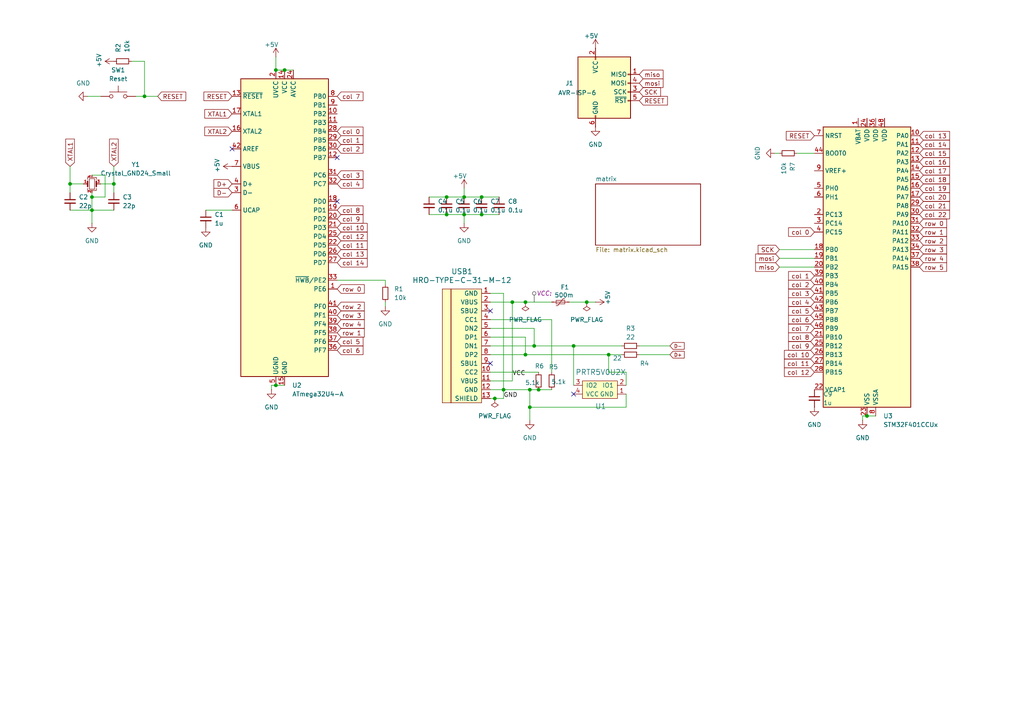
<source format=kicad_sch>
(kicad_sch (version 20231120) (generator "eeschema") (generator_version "8.0")
  (paper "A4")
  (lib_symbols
    (symbol "Connector:AVR-ISP-6" (pin_names (offset 1.016))
      (property "Reference" "J" (at -6.35 11.43 0))
      (property "Value" "AVR-ISP-6" (at 0 11.43 0))
      (symbol "AVR-ISP-6_0_1"
        (rectangle (start -2.667 -6.858) (end -2.413 -7.62))
        (rectangle (start -2.667 10.16) (end -2.413 9.398))
        (rectangle (start 7.62 -2.413) (end 6.858 -2.667))
        (rectangle (start 7.62 0.127) (end 6.858 -0.127))
        (rectangle (start 7.62 2.667) (end 6.858 2.413))
        (rectangle (start 7.62 5.207) (end 6.858 4.953))
        (rectangle (start 7.62 10.16) (end -7.62 -7.62) (stroke (width 0.254)) (fill (type background)))
      )
      (symbol "AVR-ISP-6_1_1"
        (pin passive line (at 10.16 5.08 180) (length 2.54) (name "MISO") (number "1"))
        (pin passive line (at -2.54 12.7 270) (length 2.54) (name "VCC") (number "2"))
        (pin passive line (at 10.16 0 180) (length 2.54) (name "SCK") (number "3"))
        (pin passive line (at 10.16 2.54 180) (length 2.54) (name "MOSI") (number "4"))
        (pin passive line (at 10.16 -2.54 180) (length 2.54) (name "~{RST}") (number "5"))
        (pin passive line (at -2.54 -10.16 90) (length 2.54) (name "GND") (number "6"))
      )
    )
    (symbol "Device:C_Small" (pin_numbers hide) (pin_names (offset 0.254) hide)
      (property "Reference" "C" (at 0.254 1.778 0))
      (property "Value" "C_Small" (at 0.254 -2.032 0))
      (symbol "C_Small_0_1"
        (polyline (pts (xy -1.524 -0.508) (xy 1.524 -0.508)) (stroke (width 0.3302)))
        (polyline (pts (xy -1.524 0.508) (xy 1.524 0.508)) (stroke (width 0.3048)))
      )
      (symbol "C_Small_1_1"
        (pin passive line (at 0 2.54 270) (length 2.032) (name "~") (number "1"))
        (pin passive line (at 0 -2.54 90) (length 2.032) (name "~") (number "2"))
      )
    )
    (symbol "Device:Crystal_GND24_Small" (pin_names (offset 1.016) hide)
      (property "Reference" "Y" (at 1.27 4.445 0))
      (property "Value" "Crystal_GND24_Small" (at 1.27 2.54 0))
      (symbol "Crystal_GND24_Small_0_1"
        (rectangle (start -0.762 -1.524) (end 0.762 1.524))
        (polyline (pts (xy -1.27 -0.762) (xy -1.27 0.762)) (stroke (width 0.381)))
        (polyline (pts (xy 1.27 -0.762) (xy 1.27 0.762)) (stroke (width 0.381)))
        (polyline (pts (xy -1.27 -1.27) (xy -1.27 -1.905) (xy 1.27 -1.905) (xy 1.27 -1.27)))
        (polyline (pts (xy -1.27 1.27) (xy -1.27 1.905) (xy 1.27 1.905) (xy 1.27 1.27)))
      )
      (symbol "Crystal_GND24_Small_1_1"
        (pin passive line (at -2.54 0 0) (length 1.27) (name "1") (number "1"))
        (pin passive line (at 0 -2.54 90) (length 0.635) (name "2") (number "2"))
        (pin passive line (at 2.54 0 180) (length 1.27) (name "3") (number "3"))
        (pin passive line (at 0 2.54 270) (length 0.635) (name "4") (number "4"))
      )
    )
    (symbol "Device:Polyfuse_Small" (pin_numbers hide) (pin_names (offset 0))
      (property "Reference" "F" (at -1.905 0 90))
      (property "Value" "Polyfuse_Small" (at 1.905 0 90))
      (symbol "Polyfuse_Small_0_1"
        (rectangle (start -0.508 1.27) (end 0.508 -1.27))
        (polyline (pts (xy 0 2.54) (xy 0 -2.54)))
        (polyline (pts (xy -1.016 1.27) (xy -1.016 0.762) (xy 1.016 -0.762) (xy 1.016 -1.27)))
      )
      (symbol "Polyfuse_Small_1_1"
        (pin passive line (at 0 2.54 270) (length 0.635) (name "~") (number "1"))
        (pin passive line (at 0 -2.54 90) (length 0.635) (name "~") (number "2"))
      )
    )
    (symbol "Device:R_Small" (pin_numbers hide) (pin_names (offset 0.254) hide)
      (property "Reference" "R" (at 0.762 0.508 0))
      (property "Value" "R_Small" (at 0.762 -1.016 0))
      (symbol "R_Small_0_1"
        (rectangle (start -0.762 1.778) (end 0.762 -1.778) (stroke (width 0.2032)))
      )
      (symbol "R_Small_1_1"
        (pin passive line (at 0 2.54 270) (length 0.762) (name "~") (number "1"))
        (pin passive line (at 0 -2.54 90) (length 0.762) (name "~") (number "2"))
      )
    )
    (symbol "MCU_Microchip_ATmega:ATmega32U4-A"
      (property "Reference" "U" (at -12.7 44.45 0))
      (property "Value" "ATmega32U4-A" (at 2.54 -44.45 0))
      (symbol "ATmega32U4-A_0_1"
        (rectangle (start -12.7 -43.18) (end 12.7 43.18) (stroke (width 0.254)) (fill (type background)))
      )
      (symbol "ATmega32U4-A_1_1"
        (pin bidirectional line (at 15.24 -17.78 180) (length 2.54) (name "PE6") (number "1"))
        (pin bidirectional line (at 15.24 33.02 180) (length 2.54) (name "PB2") (number "10"))
        (pin bidirectional line (at 15.24 30.48 180) (length 2.54) (name "PB3") (number "11"))
        (pin bidirectional line (at 15.24 20.32 180) (length 2.54) (name "PB7") (number "12"))
        (pin input line (at -15.24 38.1 0) (length 2.54) (name "~{RESET}") (number "13"))
        (pin power_in line (at 0 45.72 270) (length 2.54) (name "VCC") (number "14"))
        (pin power_in line (at 0 -45.72 90) (length 2.54) (name "GND") (number "15"))
        (pin output line (at -15.24 27.94 0) (length 2.54) (name "XTAL2") (number "16"))
        (pin input line (at -15.24 33.02 0) (length 2.54) (name "XTAL1") (number "17"))
        (pin bidirectional line (at 15.24 7.62 180) (length 2.54) (name "PD0") (number "18"))
        (pin bidirectional line (at 15.24 5.08 180) (length 2.54) (name "PD1") (number "19"))
        (pin power_in line (at -2.54 45.72 270) (length 2.54) (name "UVCC") (number "2"))
        (pin bidirectional line (at 15.24 2.54 180) (length 2.54) (name "PD2") (number "20"))
        (pin bidirectional line (at 15.24 0 180) (length 2.54) (name "PD3") (number "21"))
        (pin bidirectional line (at 15.24 -5.08 180) (length 2.54) (name "PD5") (number "22"))
        (pin passive line (at 0 -45.72 90) (length 2.54) hide (name "GND") (number "23"))
        (pin power_in line (at 2.54 45.72 270) (length 2.54) (name "AVCC") (number "24"))
        (pin bidirectional line (at 15.24 -2.54 180) (length 2.54) (name "PD4") (number "25"))
        (pin bidirectional line (at 15.24 -7.62 180) (length 2.54) (name "PD6") (number "26"))
        (pin bidirectional line (at 15.24 -10.16 180) (length 2.54) (name "PD7") (number "27"))
        (pin bidirectional line (at 15.24 27.94 180) (length 2.54) (name "PB4") (number "28"))
        (pin bidirectional line (at 15.24 25.4 180) (length 2.54) (name "PB5") (number "29"))
        (pin bidirectional line (at -15.24 10.16 0) (length 2.54) (name "D-") (number "3"))
        (pin bidirectional line (at 15.24 22.86 180) (length 2.54) (name "PB6") (number "30"))
        (pin bidirectional line (at 15.24 15.24 180) (length 2.54) (name "PC6") (number "31"))
        (pin bidirectional line (at 15.24 12.7 180) (length 2.54) (name "PC7") (number "32"))
        (pin bidirectional line (at 15.24 -15.24 180) (length 2.54) (name "~{HWB}/PE2") (number "33"))
        (pin passive line (at 0 45.72 270) (length 2.54) hide (name "VCC") (number "34"))
        (pin passive line (at 0 -45.72 90) (length 2.54) hide (name "GND") (number "35"))
        (pin bidirectional line (at 15.24 -35.56 180) (length 2.54) (name "PF7") (number "36"))
        (pin bidirectional line (at 15.24 -33.02 180) (length 2.54) (name "PF6") (number "37"))
        (pin bidirectional line (at 15.24 -30.48 180) (length 2.54) (name "PF5") (number "38"))
        (pin bidirectional line (at 15.24 -27.94 180) (length 2.54) (name "PF4") (number "39"))
        (pin bidirectional line (at -15.24 12.7 0) (length 2.54) (name "D+") (number "4"))
        (pin bidirectional line (at 15.24 -25.4 180) (length 2.54) (name "PF1") (number "40"))
        (pin bidirectional line (at 15.24 -22.86 180) (length 2.54) (name "PF0") (number "41"))
        (pin passive line (at -15.24 22.86 0) (length 2.54) (name "AREF") (number "42"))
        (pin passive line (at 0 -45.72 90) (length 2.54) hide (name "GND") (number "43"))
        (pin passive line (at 2.54 45.72 270) (length 2.54) hide (name "AVCC") (number "44"))
        (pin passive line (at -2.54 -45.72 90) (length 2.54) (name "UGND") (number "5"))
        (pin passive line (at -15.24 5.08 0) (length 2.54) (name "UCAP") (number "6"))
        (pin input line (at -15.24 17.78 0) (length 2.54) (name "VBUS") (number "7"))
        (pin bidirectional line (at 15.24 38.1 180) (length 2.54) (name "PB0") (number "8"))
        (pin bidirectional line (at 15.24 35.56 180) (length 2.54) (name "PB1") (number "9"))
      )
    )
    (symbol "MCU_ST_STM32F4:STM32F401CCUx"
      (property "Reference" "U" (at -12.7 41.91 0))
      (property "Value" "STM32F401CCUx" (at 7.62 41.91 0))
      (symbol "STM32F401CCUx_0_1"
        (rectangle (start -12.7 -40.64) (end 12.7 40.64) (stroke (width 0.254)) (fill (type background)))
      )
      (symbol "STM32F401CCUx_1_1"
        (pin power_in line (at -2.54 43.18 270) (length 2.54) (name "VBAT") (number "1"))
        (pin bidirectional line (at 15.24 38.1 180) (length 2.54) (name "PA0") (number "10"))
        (pin bidirectional line (at 15.24 35.56 180) (length 2.54) (name "PA1") (number "11"))
        (pin bidirectional line (at 15.24 33.02 180) (length 2.54) (name "PA2") (number "12"))
        (pin bidirectional line (at 15.24 30.48 180) (length 2.54) (name "PA3") (number "13"))
        (pin bidirectional line (at 15.24 27.94 180) (length 2.54) (name "PA4") (number "14"))
        (pin bidirectional line (at 15.24 25.4 180) (length 2.54) (name "PA5") (number "15"))
        (pin bidirectional line (at 15.24 22.86 180) (length 2.54) (name "PA6") (number "16"))
        (pin bidirectional line (at 15.24 20.32 180) (length 2.54) (name "PA7") (number "17"))
        (pin bidirectional line (at -15.24 5.08 0) (length 2.54) (name "PB0") (number "18"))
        (pin bidirectional line (at -15.24 2.54 0) (length 2.54) (name "PB1") (number "19"))
        (pin bidirectional line (at -15.24 15.24 0) (length 2.54) (name "PC13") (number "2"))
        (pin bidirectional line (at -15.24 0 0) (length 2.54) (name "PB2") (number "20"))
        (pin bidirectional line (at -15.24 -20.32 0) (length 2.54) (name "PB10") (number "21"))
        (pin power_out line (at -15.24 -35.56 0) (length 2.54) (name "VCAP1") (number "22"))
        (pin power_in line (at 0 -43.18 90) (length 2.54) (name "VSS") (number "23"))
        (pin power_in line (at 0 43.18 270) (length 2.54) (name "VDD") (number "24"))
        (pin bidirectional line (at -15.24 -22.86 0) (length 2.54) (name "PB12") (number "25"))
        (pin bidirectional line (at -15.24 -25.4 0) (length 2.54) (name "PB13") (number "26"))
        (pin bidirectional line (at -15.24 -27.94 0) (length 2.54) (name "PB14") (number "27"))
        (pin bidirectional line (at -15.24 -30.48 0) (length 2.54) (name "PB15") (number "28"))
        (pin bidirectional line (at 15.24 17.78 180) (length 2.54) (name "PA8") (number "29"))
        (pin bidirectional line (at -15.24 12.7 0) (length 2.54) (name "PC14") (number "3"))
        (pin bidirectional line (at 15.24 15.24 180) (length 2.54) (name "PA9") (number "30"))
        (pin bidirectional line (at 15.24 12.7 180) (length 2.54) (name "PA10") (number "31"))
        (pin bidirectional line (at 15.24 10.16 180) (length 2.54) (name "PA11") (number "32"))
        (pin bidirectional line (at 15.24 7.62 180) (length 2.54) (name "PA12") (number "33"))
        (pin bidirectional line (at 15.24 5.08 180) (length 2.54) (name "PA13") (number "34"))
        (pin passive line (at 0 -43.18 90) (length 2.54) hide (name "VSS") (number "35"))
        (pin power_in line (at 2.54 43.18 270) (length 2.54) (name "VDD") (number "36"))
        (pin bidirectional line (at 15.24 2.54 180) (length 2.54) (name "PA14") (number "37"))
        (pin bidirectional line (at 15.24 0 180) (length 2.54) (name "PA15") (number "38"))
        (pin bidirectional line (at -15.24 -2.54 0) (length 2.54) (name "PB3") (number "39"))
        (pin bidirectional line (at -15.24 10.16 0) (length 2.54) (name "PC15") (number "4"))
        (pin bidirectional line (at -15.24 -5.08 0) (length 2.54) (name "PB4") (number "40"))
        (pin bidirectional line (at -15.24 -7.62 0) (length 2.54) (name "PB5") (number "41"))
        (pin bidirectional line (at -15.24 -10.16 0) (length 2.54) (name "PB6") (number "42"))
        (pin bidirectional line (at -15.24 -12.7 0) (length 2.54) (name "PB7") (number "43"))
        (pin input line (at -15.24 33.02 0) (length 2.54) (name "BOOT0") (number "44"))
        (pin bidirectional line (at -15.24 -15.24 0) (length 2.54) (name "PB8") (number "45"))
        (pin bidirectional line (at -15.24 -17.78 0) (length 2.54) (name "PB9") (number "46"))
        (pin passive line (at 0 -43.18 90) (length 2.54) hide (name "VSS") (number "47"))
        (pin power_in line (at 5.08 43.18 270) (length 2.54) (name "VDD") (number "48"))
        (pin passive line (at 0 -43.18 90) (length 2.54) hide (name "VSS") (number "49"))
        (pin bidirectional line (at -15.24 22.86 0) (length 2.54) (name "PH0") (number "5"))
        (pin bidirectional line (at -15.24 20.32 0) (length 2.54) (name "PH1") (number "6"))
        (pin input line (at -15.24 38.1 0) (length 2.54) (name "NRST") (number "7"))
        (pin power_in line (at 2.54 -43.18 90) (length 2.54) (name "VSSA") (number "8"))
        (pin input line (at -15.24 27.94 0) (length 2.54) (name "VREF+") (number "9"))
      )
    )
    (symbol "Switch:SW_Push" (pin_numbers hide) (pin_names (offset 1.016) hide)
      (property "Reference" "SW" (at 1.27 2.54 0))
      (property "Value" "SW_Push" (at 0 -1.524 0))
      (symbol "SW_Push_0_1"
        (circle (center -2.032 0) (radius 0.508))
        (polyline (pts (xy 0 1.27) (xy 0 3.048)))
        (polyline (pts (xy 2.54 1.27) (xy -2.54 1.27)))
        (circle (center 2.032 0) (radius 0.508))
        (pin passive line (at -5.08 0 0) (length 2.54) (name "1") (number "1"))
        (pin passive line (at 5.08 0 180) (length 2.54) (name "2") (number "2"))
      )
    )
    (symbol "Type-C:HRO-TYPE-C-31-M-12" (pin_names (offset 1.016))
      (property "Reference" "USB" (at -5.08 16.51 0))
      (property "Value" "HRO-TYPE-C-31-M-12" (at -10.16 -1.27 90))
      (symbol "HRO-TYPE-C-31-M-12_0_1"
        (rectangle (start -11.43 15.24) (end -8.89 -17.78) (fill (type background)))
        (rectangle (start 0 -17.78) (end -8.89 15.24) (fill (type background)))
      )
      (symbol "HRO-TYPE-C-31-M-12_1_1"
        (pin input line (at 2.54 13.97 180) (length 2.54) (name "GND") (number "1"))
        (pin input line (at 2.54 -8.89 180) (length 2.54) (name "CC2") (number "10"))
        (pin input line (at 2.54 -11.43 180) (length 2.54) (name "VBUS") (number "11"))
        (pin input line (at 2.54 -13.97 180) (length 2.54) (name "GND") (number "12"))
        (pin input line (at 2.54 -16.51 180) (length 2.54) (name "SHIELD") (number "13"))
        (pin input line (at 2.54 11.43 180) (length 2.54) (name "VBUS") (number "2"))
        (pin input line (at 2.54 8.89 180) (length 2.54) (name "SBU2") (number "3"))
        (pin input line (at 2.54 6.35 180) (length 2.54) (name "CC1") (number "4"))
        (pin input line (at 2.54 3.81 180) (length 2.54) (name "DN2") (number "5"))
        (pin input line (at 2.54 1.27 180) (length 2.54) (name "DP1") (number "6"))
        (pin input line (at 2.54 -1.27 180) (length 2.54) (name "DN1") (number "7"))
        (pin input line (at 2.54 -3.81 180) (length 2.54) (name "DP2") (number "8"))
        (pin input line (at 2.54 -6.35 180) (length 2.54) (name "SBU1") (number "9"))
      )
    )
    (symbol "power:+5V" (power) (pin_numbers hide) (pin_names (offset 0) hide)
      (property "Value" "+5V" (at 0 3.556 0))
      (symbol "+5V_0_1"
        (polyline (pts (xy -0.762 1.27) (xy 0 2.54)))
        (polyline (pts (xy 0 0) (xy 0 2.54)))
        (polyline (pts (xy 0 2.54) (xy 0.762 1.27)))
      )
      (symbol "+5V_1_1"
        (pin power_in line (at 0 0 90) (length 0) (name "~") (number "1"))
      )
    )
    (symbol "power:GND" (power) (pin_numbers hide) (pin_names (offset 0) hide)
      (property "Value" "GND" (at 0 -3.81 0))
      (symbol "GND_0_1"
        (polyline (pts (xy 0 0) (xy 0 -1.27) (xy 1.27 -1.27) (xy 0 -2.54) (xy -1.27 -1.27) (xy 0 -1.27)))
      )
      (symbol "GND_1_1"
        (pin power_in line (at 0 0 270) (length 0) (name "~") (number "1"))
      )
    )
    (symbol "power:PWR_FLAG" (power) (pin_numbers hide) (pin_names (offset 0) hide)
      (property "Value" "PWR_FLAG" (at 0 3.81 0))
      (symbol "PWR_FLAG_0_0"
        (pin power_out line (at 0 0 90) (length 0) (name "~") (number "1"))
      )
      (symbol "PWR_FLAG_0_1"
        (polyline (pts (xy 0 0) (xy 0 1.27) (xy -1.016 1.905) (xy 0 2.54) (xy 1.016 1.905) (xy 0 1.27)))
      )
    )
    (symbol "random-keyboard-parts:PRTR5V0U2X" (pin_names (offset 1.016))
      (property "Reference" "U" (at 0 3.81 0))
      (property "Value" "PRTR5V0U2X" (at 0 -3.81 0))
      (symbol "PRTR5V0U2X_0_1"
        (rectangle (start -5.08 2.54) (end 5.08 -2.54) (fill (type background)))
      )
      (symbol "PRTR5V0U2X_1_1"
        (pin input line (at -7.62 1.27 0) (length 2.54) (name "GND") (number "1"))
        (pin input line (at -7.62 -1.27 0) (length 2.54) (name "IO1") (number "2"))
        (pin input line (at 7.62 -1.27 180) (length 2.54) (name "IO2") (number "3"))
        (pin input line (at 7.62 1.27 180) (length 2.54) (name "VCC") (number "4"))
      )
    )
  )
  (junction (at 154.94 100.33))
  (junction (at 129.54 57.15))
  (junction (at 41.91 27.94))
  (junction (at 143.51 115.57))
  (junction (at 129.54 62.23))
  (junction (at 26.67 57.15))
  (junction (at 80.01 20.32))
  (junction (at 80.01 111.76))
  (junction (at 148.59 87.63))
  (junction (at 153.67 113.03))
  (junction (at 20.32 53.34))
  (junction (at 152.4 87.63))
  (junction (at 166.37 100.33))
  (junction (at 146.05 113.03))
  (junction (at 152.4 102.87))
  (junction (at 153.67 118.11))
  (junction (at 176.53 102.87))
  (junction (at 134.62 57.15))
  (junction (at 156.21 113.03))
  (junction (at 26.67 60.96))
  (junction (at 33.02 53.34))
  (junction (at 170.18 87.63))
  (junction (at 134.62 62.23))
  (junction (at 139.7 62.23))
  (junction (at 139.7 57.15))
  (junction (at 251.46 120.65))
  (junction (at 82.55 20.32))
  (no_connect (at 97.79 45.72))
  (no_connect (at 142.24 90.17))
  (no_connect (at 67.31 43.18))
  (no_connect (at 166.37 114.3))
  (no_connect (at 97.79 58.42))
  (no_connect (at 142.24 105.41))
  (wire (pts (xy 29.21 53.34) (xy 33.02 53.34)))
  (wire (pts (xy 41.91 27.94) (xy 45.72 27.94)))
  (wire (pts (xy 139.7 62.23) (xy 144.78 62.23)))
  (wire (pts (xy 176.53 102.87) (xy 180.34 102.87)))
  (wire (pts (xy 142.24 97.79) (xy 152.4 97.79)))
  (wire (pts (xy 181.61 107.95) (xy 181.61 111.76)))
  (wire (pts (xy 142.24 102.87) (xy 152.4 102.87)))
  (wire (pts (xy 142.24 92.71) (xy 160.02 92.71)))
  (wire (pts (xy 78.74 111.76) (xy 80.01 111.76)))
  (wire (pts (xy 153.67 118.11) (xy 181.61 118.11)))
  (wire (pts (xy 26.67 57.15) (xy 30.48 57.15)))
  (wire (pts (xy 33.02 53.34) (xy 33.02 55.88)))
  (wire (pts (xy 25.4 27.94) (xy 29.21 27.94)))
  (wire (pts (xy 142.24 115.57) (xy 143.51 115.57)))
  (wire (pts (xy 166.37 100.33) (xy 180.34 100.33)))
  (wire (pts (xy 226.06 77.47) (xy 236.22 77.47)))
  (wire (pts (xy 124.46 57.15) (xy 129.54 57.15)))
  (wire (pts (xy 146.05 113.03) (xy 142.24 113.03)))
  (wire (pts (xy 41.91 17.78) (xy 41.91 27.94)))
  (wire (pts (xy 146.05 85.09) (xy 146.05 113.03)))
  (wire (pts (xy 139.7 57.15) (xy 144.78 57.15)))
  (wire (pts (xy 20.32 53.34) (xy 24.13 53.34)))
  (wire (pts (xy 26.67 57.15) (xy 26.67 55.88)))
  (wire (pts (xy 152.4 97.79) (xy 152.4 102.87)))
  (wire (pts (xy 39.37 27.94) (xy 41.91 27.94)))
  (wire (pts (xy 160.02 113.03) (xy 156.21 113.03)))
  (wire (pts (xy 80.01 20.32) (xy 82.55 20.32)))
  (wire (pts (xy 80.01 111.76) (xy 82.55 111.76)))
  (wire (pts (xy 148.59 110.49) (xy 142.24 110.49)))
  (wire (pts (xy 124.46 62.23) (xy 129.54 62.23)))
  (wire (pts (xy 82.55 20.32) (xy 85.09 20.32)))
  (wire (pts (xy 142.24 85.09) (xy 146.05 85.09)))
  (wire (pts (xy 146.05 113.03) (xy 153.67 113.03)))
  (wire (pts (xy 176.53 102.87) (xy 176.53 107.95)))
  (wire (pts (xy 226.06 72.39) (xy 236.22 72.39)))
  (wire (pts (xy 226.06 74.93) (xy 236.22 74.93)))
  (wire (pts (xy 134.62 57.15) (xy 139.7 57.15)))
  (wire (pts (xy 142.24 95.25) (xy 154.94 95.25)))
  (wire (pts (xy 148.59 87.63) (xy 152.4 87.63)))
  (wire (pts (xy 33.02 48.26) (xy 33.02 53.34)))
  (wire (pts (xy 251.46 120.65) (xy 254 120.65)))
  (wire (pts (xy 142.24 100.33) (xy 154.94 100.33)))
  (wire (pts (xy 250.19 120.65) (xy 251.46 120.65)))
  (wire (pts (xy 134.62 62.23) (xy 139.7 62.23)))
  (wire (pts (xy 129.54 57.15) (xy 134.62 57.15)))
  (wire (pts (xy 154.94 100.33) (xy 166.37 100.33)))
  (wire (pts (xy 20.32 48.26) (xy 20.32 53.34)))
  (wire (pts (xy 97.79 81.28) (xy 111.76 81.28)))
  (wire (pts (xy 134.62 54.61) (xy 134.62 57.15)))
  (wire (pts (xy 78.74 113.03) (xy 78.74 111.76)))
  (wire (pts (xy 152.4 102.87) (xy 176.53 102.87)))
  (wire (pts (xy 143.51 115.57) (xy 146.05 115.57)))
  (wire (pts (xy 20.32 53.34) (xy 20.32 55.88)))
  (wire (pts (xy 38.1 17.78) (xy 41.91 17.78)))
  (wire (pts (xy 80.01 16.51) (xy 80.01 20.32)))
  (wire (pts (xy 142.24 87.63) (xy 148.59 87.63)))
  (wire (pts (xy 165.1 87.63) (xy 170.18 87.63)))
  (wire (pts (xy 26.67 60.96) (xy 33.02 60.96)))
  (wire (pts (xy 224.79 44.45) (xy 226.06 44.45)))
  (wire (pts (xy 111.76 88.9) (xy 111.76 87.63)))
  (wire (pts (xy 152.4 87.63) (xy 160.02 87.63)))
  (wire (pts (xy 166.37 100.33) (xy 166.37 111.76)))
  (wire (pts (xy 111.76 82.55) (xy 111.76 81.28)))
  (wire (pts (xy 160.02 92.71) (xy 160.02 107.95)))
  (wire (pts (xy 142.24 107.95) (xy 156.21 107.95)))
  (wire (pts (xy 26.67 50.8) (xy 30.48 50.8)))
  (wire (pts (xy 153.67 118.11) (xy 153.67 121.92)))
  (wire (pts (xy 134.62 62.23) (xy 134.62 64.77)))
  (wire (pts (xy 153.67 113.03) (xy 156.21 113.03)))
  (wire (pts (xy 30.48 50.8) (xy 30.48 57.15)))
  (wire (pts (xy 250.19 121.92) (xy 250.19 120.65)))
  (wire (pts (xy 26.67 57.15) (xy 26.67 60.96)))
  (wire (pts (xy 148.59 87.63) (xy 148.59 110.49)))
  (wire (pts (xy 185.42 100.33) (xy 194.31 100.33)))
  (wire (pts (xy 129.54 62.23) (xy 134.62 62.23)))
  (wire (pts (xy 170.18 87.63) (xy 172.72 87.63)))
  (wire (pts (xy 59.69 60.96) (xy 67.31 60.96)))
  (wire (pts (xy 154.94 95.25) (xy 154.94 100.33)))
  (wire (pts (xy 231.14 44.45) (xy 236.22 44.45)))
  (wire (pts (xy 181.61 114.3) (xy 181.61 118.11)))
  (wire (pts (xy 153.67 113.03) (xy 153.67 118.11)))
  (wire (pts (xy 176.53 107.95) (xy 181.61 107.95)))
  (wire (pts (xy 146.05 115.57) (xy 146.05 113.03)))
  (wire (pts (xy 20.32 60.96) (xy 26.67 60.96)))
  (wire (pts (xy 185.42 102.87) (xy 194.31 102.87)))
  (wire (pts (xy 26.67 60.96) (xy 26.67 64.77)))
  (label "GND" (at 146.05 115.57 0))
  (label "VCC" (at 148.59 109.22 0))
  (global_label "col 3" (shape input) (at 97.79 50.8 0) (property "Intersheetrefs" "${INTERSHEET_REFS}" (effects (hide yes))))
  (global_label "row 0" (shape input) (at 266.7 64.77 0) (property "Intersheetrefs" "${INTERSHEET_REFS}" (effects (hide yes))))
  (global_label "col 13" (shape input) (at 266.7 39.37 0) (property "Intersheetrefs" "${INTERSHEET_REFS}" (effects (hide yes))))
  (global_label "col 7" (shape input) (at 236.22 95.25 180) (property "Intersheetrefs" "${INTERSHEET_REFS}" (effects (hide yes))))
  (global_label "RESET" (shape input) (at 185.42 29.21 0) (property "Intersheetrefs" "${INTERSHEET_REFS}" (effects (hide yes))))
  (global_label "miso" (shape input) (at 226.06 77.47 180) (property "Intersheetrefs" "${INTERSHEET_REFS}" (effects (hide yes))))
  (global_label "col 3" (shape input) (at 236.22 85.09 180) (property "Intersheetrefs" "${INTERSHEET_REFS}" (effects (hide yes))))
  (global_label "col 6" (shape input) (at 236.22 92.71 180) (property "Intersheetrefs" "${INTERSHEET_REFS}" (effects (hide yes))))
  (global_label "col 13" (shape input) (at 97.79 73.66 0) (property "Intersheetrefs" "${INTERSHEET_REFS}" (effects (hide yes))))
  (global_label "row 3" (shape input) (at 97.79 91.44 0) (property "Intersheetrefs" "${INTERSHEET_REFS}" (effects (hide yes))))
  (global_label "col 12" (shape input) (at 236.22 107.95 180) (property "Intersheetrefs" "${INTERSHEET_REFS}" (effects (hide yes))))
  (global_label "col 4" (shape input) (at 236.22 87.63 180) (property "Intersheetrefs" "${INTERSHEET_REFS}" (effects (hide yes))))
  (global_label "col 5" (shape input) (at 97.79 99.06 0) (property "Intersheetrefs" "${INTERSHEET_REFS}" (effects (hide yes))))
  (global_label "col 2" (shape input) (at 236.22 82.55 180) (property "Intersheetrefs" "${INTERSHEET_REFS}" (effects (hide yes))))
  (global_label "col 21" (shape input) (at 266.7 59.69 0) (property "Intersheetrefs" "${INTERSHEET_REFS}" (effects (hide yes))))
  (global_label "col 6" (shape input) (at 97.79 101.6 0) (property "Intersheetrefs" "${INTERSHEET_REFS}" (effects (hide yes))))
  (global_label "XTAL2" (shape input) (at 67.31 38.1 180) (property "Intersheetrefs" "${INTERSHEET_REFS}" (effects (hide yes))))
  (global_label "col 0" (shape input) (at 97.79 38.1 0) (property "Intersheetrefs" "${INTERSHEET_REFS}" (effects (hide yes))))
  (global_label "row 3" (shape input) (at 266.7 72.39 0) (property "Intersheetrefs" "${INTERSHEET_REFS}" (effects (hide yes))))
  (global_label "col 14" (shape input) (at 97.79 76.2 0) (property "Intersheetrefs" "${INTERSHEET_REFS}" (effects (hide yes))))
  (global_label "col 19" (shape input) (at 266.7 54.61 0) (property "Intersheetrefs" "${INTERSHEET_REFS}" (effects (hide yes))))
  (global_label "SCK" (shape input) (at 185.42 26.67 0) (property "Intersheetrefs" "${INTERSHEET_REFS}" (effects (hide yes))))
  (global_label "col 5" (shape input) (at 236.22 90.17 180) (property "Intersheetrefs" "${INTERSHEET_REFS}" (effects (hide yes))))
  (global_label "col 2" (shape input) (at 97.79 43.18 0) (property "Intersheetrefs" "${INTERSHEET_REFS}" (effects (hide yes))))
  (global_label "col 4" (shape input) (at 97.79 53.34 0) (property "Intersheetrefs" "${INTERSHEET_REFS}" (effects (hide yes))))
  (global_label "col 1" (shape input) (at 236.22 80.01 180) (property "Intersheetrefs" "${INTERSHEET_REFS}" (effects (hide yes))))
  (global_label "RESET" (shape input) (at 67.31 27.94 180) (property "Intersheetrefs" "${INTERSHEET_REFS}" (effects (hide yes))))
  (global_label "XTAL2" (shape input) (at 33.02 48.26 90) (property "Intersheetrefs" "${INTERSHEET_REFS}" (effects (hide yes))))
  (global_label "SCK" (shape input) (at 226.06 72.39 180) (property "Intersheetrefs" "${INTERSHEET_REFS}" (effects (hide yes))))
  (global_label "row 2" (shape input) (at 266.7 69.85 0) (property "Intersheetrefs" "${INTERSHEET_REFS}" (effects (hide yes))))
  (global_label "D-" (shape input) (at 194.31 100.33 0) (effects (font (size 1 1))) (property "Intersheetrefs" "${INTERSHEET_REFS}" (effects (hide yes))))
  (global_label "col 1" (shape input) (at 97.79 40.64 0) (property "Intersheetrefs" "${INTERSHEET_REFS}" (effects (hide yes))))
  (global_label "col 11" (shape input) (at 236.22 105.41 180) (property "Intersheetrefs" "${INTERSHEET_REFS}" (effects (hide yes))))
  (global_label "col 8" (shape input) (at 97.79 60.96 0) (property "Intersheetrefs" "${INTERSHEET_REFS}" (effects (hide yes))))
  (global_label "col 0" (shape input) (at 236.22 67.31 180) (property "Intersheetrefs" "${INTERSHEET_REFS}" (effects (hide yes))))
  (global_label "row 4" (shape input) (at 266.7 74.93 0) (property "Intersheetrefs" "${INTERSHEET_REFS}" (effects (hide yes))))
  (global_label "col 17" (shape input) (at 266.7 49.53 0) (property "Intersheetrefs" "${INTERSHEET_REFS}" (effects (hide yes))))
  (global_label "mosi" (shape input) (at 185.42 24.13 0) (property "Intersheetrefs" "${INTERSHEET_REFS}" (effects (hide yes))))
  (global_label "XTAL1" (shape input) (at 67.31 33.02 180) (property "Intersheetrefs" "${INTERSHEET_REFS}" (effects (hide yes))))
  (global_label "col 12" (shape input) (at 97.79 68.58 0) (property "Intersheetrefs" "${INTERSHEET_REFS}" (effects (hide yes))))
  (global_label "D+" (shape input) (at 194.31 102.87 0) (effects (font (size 1 1))) (property "Intersheetrefs" "${INTERSHEET_REFS}" (effects (hide yes))))
  (global_label "miso" (shape input) (at 185.42 21.59 0) (property "Intersheetrefs" "${INTERSHEET_REFS}" (effects (hide yes))))
  (global_label "col 9" (shape input) (at 97.79 63.5 0) (property "Intersheetrefs" "${INTERSHEET_REFS}" (effects (hide yes))))
  (global_label "col 18" (shape input) (at 266.7 52.07 0) (property "Intersheetrefs" "${INTERSHEET_REFS}" (effects (hide yes))))
  (global_label "row 4" (shape input) (at 97.79 93.98 0) (property "Intersheetrefs" "${INTERSHEET_REFS}" (effects (hide yes))))
  (global_label "row 1" (shape input) (at 97.79 96.52 0) (property "Intersheetrefs" "${INTERSHEET_REFS}" (effects (hide yes))))
  (global_label "mosi" (shape input) (at 226.06 74.93 180) (property "Intersheetrefs" "${INTERSHEET_REFS}" (effects (hide yes))))
  (global_label "col 14" (shape input) (at 266.7 41.91 0) (property "Intersheetrefs" "${INTERSHEET_REFS}" (effects (hide yes))))
  (global_label "col 22" (shape input) (at 266.7 62.23 0) (property "Intersheetrefs" "${INTERSHEET_REFS}" (effects (hide yes))))
  (global_label "RESET" (shape input) (at 45.72 27.94 0) (property "Intersheetrefs" "${INTERSHEET_REFS}" (effects (hide yes))))
  (global_label "col 10" (shape input) (at 97.79 66.04 0) (property "Intersheetrefs" "${INTERSHEET_REFS}" (effects (hide yes))))
  (global_label "col 8" (shape input) (at 236.22 97.79 180) (property "Intersheetrefs" "${INTERSHEET_REFS}" (effects (hide yes))))
  (global_label "col 11" (shape input) (at 97.79 71.12 0) (property "Intersheetrefs" "${INTERSHEET_REFS}" (effects (hide yes))))
  (global_label "col 10" (shape input) (at 236.22 102.87 180) (property "Intersheetrefs" "${INTERSHEET_REFS}" (effects (hide yes))))
  (global_label "XTAL1" (shape input) (at 20.32 48.26 90) (property "Intersheetrefs" "${INTERSHEET_REFS}" (effects (hide yes))))
  (global_label "row 2" (shape input) (at 97.79 88.9 0) (property "Intersheetrefs" "${INTERSHEET_REFS}" (effects (hide yes))))
  (global_label "col 20" (shape input) (at 266.7 57.15 0) (property "Intersheetrefs" "${INTERSHEET_REFS}" (effects (hide yes))))
  (global_label "D+" (shape input) (at 67.31 53.34 180) (property "Intersheetrefs" "${INTERSHEET_REFS}" (effects (hide yes))))
  (global_label "col 9" (shape input) (at 236.22 100.33 180) (property "Intersheetrefs" "${INTERSHEET_REFS}" (effects (hide yes))))
  (global_label "row 5" (shape input) (at 266.7 77.47 0) (property "Intersheetrefs" "${INTERSHEET_REFS}" (effects (hide yes))))
  (global_label "col 15" (shape input) (at 266.7 44.45 0) (property "Intersheetrefs" "${INTERSHEET_REFS}" (effects (hide yes))))
  (global_label "RESET" (shape input) (at 236.22 39.37 180) (property "Intersheetrefs" "${INTERSHEET_REFS}" (effects (hide yes))))
  (global_label "D-" (shape input) (at 67.31 55.88 180) (property "Intersheetrefs" "${INTERSHEET_REFS}" (effects (hide yes))))
  (global_label "row 0" (shape input) (at 97.79 83.82 0) (property "Intersheetrefs" "${INTERSHEET_REFS}" (effects (hide yes))))
  (global_label "col 16" (shape input) (at 266.7 46.99 0) (property "Intersheetrefs" "${INTERSHEET_REFS}" (effects (hide yes))))
  (global_label "row 1" (shape input) (at 266.7 67.31 0) (property "Intersheetrefs" "${INTERSHEET_REFS}" (effects (hide yes))))
  (global_label "col 7" (shape input) (at 97.79 27.94 0) (property "Intersheetrefs" "${INTERSHEET_REFS}" (effects (hide yes))))
  (netclass_flag "" (length 2.54) (shape round) (at 154.94 87.63 0))
  (symbol (lib_id "Device:R_Small") (at 182.88 102.87 90) (unit 1)
    (property "Reference" "R4" (at 186.944 105.41 90))
    (property "Value" "22" (at 179.07 103.886 90))
    (property "Description" "Resistor, small symbol" (effects (hide yes)))
  )
  (symbol (lib_id "power:PWR_FLAG") (at 170.18 87.63 180) (unit 1)
    (property "Reference" "#FLG03" (effects (hide yes)))
    (property "Value" "PWR_FLAG" (at 170.18 92.71 0))
    (property "Description" "Special symbol for telling ERC where power comes from" (effects (hide yes)))
  )
  (symbol (lib_id "Device:C_Small") (at 144.78 59.69 0) (unit 1)
    (property "Reference" "C8" (at 147.32 58.4262 0) (effects (justify left)))
    (property "Value" "0.1u" (at 147.32 60.9662 0) (effects (justify left)))
    (property "Description" "Unpolarized capacitor, small symbol" (effects (hide yes)))
  )
  (symbol (lib_id "power:GND") (at 172.72 36.83 0) (unit 1)
    (property "Reference" "#PWR09" (effects (hide yes)))
    (property "Value" "GND" (at 172.72 41.91 0))
    (property "Description" "Power symbol creates a global label with name \"GND\" , ground" (effects (hide yes)))
  )
  (symbol (lib_id "power:+5V") (at 80.01 16.51 0) (unit 1)
    (property "Reference" "#PWR01" (effects (hide yes)))
    (property "Value" "+5V" (at 78.74 12.954 0))
    (property "Description" "Power symbol creates a global label with name \"+5V\"" (effects (hide yes)))
  )
  (symbol (lib_id "Device:C_Small") (at 33.02 58.42 0) (unit 1)
    (property "Reference" "C3" (at 35.56 57.1562 0) (effects (justify left)))
    (property "Value" "22p" (at 35.56 59.6962 0) (effects (justify left)))
    (property "Description" "Unpolarized capacitor, small symbol" (effects (hide yes)))
  )
  (symbol (lib_id "Device:C_Small") (at 134.62 59.69 0) (unit 1)
    (property "Reference" "C6" (at 137.16 58.4262 0) (effects (justify left)))
    (property "Value" "0.1u" (at 137.16 60.9662 0) (effects (justify left)))
    (property "Description" "Unpolarized capacitor, small symbol" (effects (hide yes)))
  )
  (symbol (lib_id "Device:R_Small") (at 156.21 110.49 0) (unit 1)
    (property "Reference" "R6" (at 156.464 106.172 0))
    (property "Value" "5.1k" (at 154.432 110.998 0))
    (property "Description" "Resistor, small symbol" (effects (hide yes)))
  )
  (symbol (lib_id "power:GND") (at 236.22 118.11 0) (unit 1)
    (property "Reference" "#PWR015" (effects (hide yes)))
    (property "Value" "GND" (at 236.22 123.19 0))
    (property "Description" "Power symbol creates a global label with name \"GND\" , ground" (effects (hide yes)))
  )
  (symbol (lib_id "Device:C_Small") (at 59.69 63.5 0) (unit 1)
    (property "Reference" "C1" (at 62.23 62.2362 0) (effects (justify left)))
    (property "Value" "1u" (at 62.23 64.7762 0) (effects (justify left)))
    (property "Description" "Unpolarized capacitor, small symbol" (effects (hide yes)))
  )
  (symbol (lib_id "Device:Polyfuse_Small") (at 162.56 87.63 90) (unit 1)
    (property "Reference" "F1" (at 163.83 83.312 90))
    (property "Value" "500m" (at 163.576 85.598 90))
    (property "Description" "Resettable fuse, polymeric positive temperature coefficient, small symbol" (effects (hide yes)))
  )
  (symbol (lib_id "power:GND") (at 59.69 66.04 0) (unit 1)
    (property "Reference" "#PWR03" (effects (hide yes)))
    (property "Value" "GND" (at 59.69 71.12 0))
    (property "Description" "Power symbol creates a global label with name \"GND\" , ground" (effects (hide yes)))
  )
  (symbol (lib_id "random-keyboard-parts:PRTR5V0U2X") (at 173.99 113.03 180) (unit 1)
    (property "Reference" "U1" (at 174.244 117.856 0) (effects (font (size 1.524 1.524))))
    (property "Value" "PRTR5V0U2X" (at 174.244 107.95 0) (effects (font (size 1.524 1.524))))
  )
  (symbol (lib_id "power:GND") (at 26.67 64.77 0) (unit 1)
    (property "Reference" "#PWR06" (effects (hide yes)))
    (property "Value" "GND" (at 26.67 69.85 0))
    (property "Description" "Power symbol creates a global label with name \"GND\" , ground" (effects (hide yes)))
  )
  (symbol (lib_id "power:+5V") (at 134.62 54.61 0) (unit 1)
    (property "Reference" "#PWR07" (effects (hide yes)))
    (property "Value" "+5V" (at 133.35 51.054 0))
    (property "Description" "Power symbol creates a global label with name \"+5V\"" (effects (hide yes)))
  )
  (symbol (lib_id "Device:R_Small") (at 228.6 44.45 90) (unit 1)
    (property "Reference" "R7" (at 229.8701 46.99 0) (effects (justify right)))
    (property "Value" "10k" (at 227.3301 46.99 0) (effects (justify right)))
    (property "Description" "Resistor, small symbol" (effects (hide yes)))
  )
  (symbol (lib_id "Device:R_Small") (at 111.76 85.09 180) (unit 1)
    (property "Reference" "R1" (at 114.3 83.8199 0) (effects (justify right)))
    (property "Value" "10k" (at 114.3 86.3599 0) (effects (justify right)))
    (property "Description" "Resistor, small symbol" (effects (hide yes)))
  )
  (symbol (lib_id "Device:R_Small") (at 182.88 100.33 90) (unit 1)
    (property "Reference" "R3" (at 182.88 95.25 90))
    (property "Value" "22" (at 182.88 97.79 90))
    (property "Description" "Resistor, small symbol" (effects (hide yes)))
  )
  (symbol (lib_id "power:GND") (at 78.74 113.03 0) (unit 1)
    (property "Reference" "#PWR05" (effects (hide yes)))
    (property "Value" "GND" (at 78.74 118.11 0))
    (property "Description" "Power symbol creates a global label with name \"GND\" , ground" (effects (hide yes)))
  )
  (symbol (lib_id "MCU_Microchip_ATmega:ATmega32U4-A") (at 82.55 66.04 0) (unit 1)
    (property "Reference" "U2" (at 84.7441 111.76 0) (effects (justify left)))
    (property "Value" "ATmega32U4-A" (at 84.7441 114.3 0) (effects (justify left)))
    (property "Footprint" "Package_QFP:TQFP-44_10x10mm_P0.8mm" (effects (hide yes)))
    (property "Datasheet" "http://ww1.microchip.com/downloads/en/DeviceDoc/Atmel-7766-8-bit-AVR-ATmega16U4-32U4_Datasheet.pdf" (effects (hide yes)))
    (property "Description" "16MHz, 32kB Flash, 2.5kB SRAM, 1kB EEPROM, USB 2.0, TQFP-44" (effects (hide yes)))
  )
  (symbol (lib_id "MCU_ST_STM32F4:STM32F401CCUx") (at 251.46 77.47 0) (unit 1)
    (property "Reference" "U3" (at 256.1941 120.65 0) (effects (justify left)))
    (property "Value" "STM32F401CCUx" (at 256.1941 123.19 0) (effects (justify left)))
    (property "Footprint" "Package_DFN_QFN:QFN-48-1EP_7x7mm_P0.5mm_EP5.6x5.6mm" (effects (hide yes)))
    (property "Datasheet" "https://www.st.com/resource/en/datasheet/stm32f401cc.pdf" (effects (hide yes)))
    (property "Description" "STMicroelectronics Arm Cortex-M4 MCU, 256KB flash, 64KB RAM, 84 MHz, 1.7-3.6V, 36 GPIO, UFQFPN48" (effects (hide yes)))
  )
  (symbol (lib_id "Device:Crystal_GND24_Small") (at 26.67 53.34 0) (unit 1)
    (property "Reference" "Y1" (at 39.37 47.7198 0))
    (property "Value" "Crystal_GND24_Small" (at 39.37 50.2598 0))
    (property "Description" "Four pin crystal, GND on pins 2 and 4, small symbol" (effects (hide yes)))
  )
  (symbol (lib_id "power:GND") (at 134.62 64.77 0) (unit 1)
    (property "Reference" "#PWR08" (effects (hide yes)))
    (property "Value" "GND" (at 134.62 69.85 0))
    (property "Description" "Power symbol creates a global label with name \"GND\" , ground" (effects (hide yes)))
  )
  (symbol (lib_id "Connector:AVR-ISP-6") (at 175.26 26.67 0) (unit 1)
    (property "Reference" "J1" (at 166.37 24.1299 0) (effects (justify right)))
    (property "Value" "AVR-ISP-6" (at 172.974 26.924 0) (effects (justify right)))
    (property "Datasheet" " ~" (effects (hide yes)))
    (property "Description" "Atmel 6-pin ISP connector" (effects (hide yes)))
  )
  (symbol (lib_id "Device:C_Small") (at 20.32 58.42 0) (unit 1)
    (property "Reference" "C2" (at 22.86 57.1562 0) (effects (justify left)))
    (property "Value" "22p" (at 22.86 59.6962 0) (effects (justify left)))
    (property "Description" "Unpolarized capacitor, small symbol" (effects (hide yes)))
  )
  (symbol (lib_id "Switch:SW_Push") (at 34.29 27.94 0) (unit 1)
    (property "Reference" "SW1" (at 34.29 20.32 0))
    (property "Value" "Reset" (at 34.29 22.86 0))
    (property "Description" "Push button switch, generic, two pins" (effects (hide yes)))
  )
  (symbol (lib_id "Device:R_Small") (at 35.56 17.78 270) (unit 1)
    (property "Reference" "R2" (at 34.2899 15.24 0) (effects (justify right)))
    (property "Value" "10k" (at 36.8299 15.24 0) (effects (justify right)))
    (property "Description" "Resistor, small symbol" (effects (hide yes)))
  )
  (symbol (lib_id "power:GND") (at 111.76 88.9 0) (unit 1)
    (property "Reference" "#PWR02" (effects (hide yes)))
    (property "Value" "GND" (at 111.76 93.98 0))
    (property "Description" "Power symbol creates a global label with name \"GND\" , ground" (effects (hide yes)))
  )
  (symbol (lib_id "power:+5V") (at 67.31 48.26 90) (unit 1)
    (property "Reference" "#PWR04" (effects (hide yes)))
    (property "Value" "+5V" (at 62.992 48.006 0))
    (property "Description" "Power symbol creates a global label with name \"+5V\"" (effects (hide yes)))
  )
  (symbol (lib_id "power:+5V") (at 172.72 13.97 0) (unit 1)
    (property "Reference" "#PWR010" (effects (hide yes)))
    (property "Value" "+5V" (at 171.45 10.414 0))
    (property "Description" "Power symbol creates a global label with name \"+5V\"" (effects (hide yes)))
  )
  (symbol (lib_id "power:PWR_FLAG") (at 143.51 115.57 180) (unit 1)
    (property "Reference" "#FLG01" (effects (hide yes)))
    (property "Value" "PWR_FLAG" (at 143.51 120.65 0))
    (property "Description" "Special symbol for telling ERC where power comes from" (effects (hide yes)))
  )
  (symbol (lib_id "Device:C_Small") (at 129.54 59.69 0) (unit 1)
    (property "Reference" "C5" (at 132.08 58.4262 0) (effects (justify left)))
    (property "Value" "0.1u" (at 132.08 60.9662 0) (effects (justify left)))
    (property "Description" "Unpolarized capacitor, small symbol" (effects (hide yes)))
  )
  (symbol (lib_id "power:GND") (at 224.79 44.45 270) (unit 1)
    (property "Reference" "#PWR016" (effects (hide yes)))
    (property "Value" "GND" (at 219.71 44.45 0))
    (property "Description" "Power symbol creates a global label with name \"GND\" , ground" (effects (hide yes)))
  )
  (symbol (lib_id "Device:C_Small") (at 124.46 59.69 0) (unit 1)
    (property "Reference" "C4" (at 127 58.4262 0) (effects (justify left)))
    (property "Value" "0.1u" (at 127 60.9662 0) (effects (justify left)))
    (property "Description" "Unpolarized capacitor, small symbol" (effects (hide yes)))
  )
  (symbol (lib_id "Type-C:HRO-TYPE-C-31-M-12") (at 139.7 99.06 0) (unit 1)
    (property "Reference" "USB1" (at 133.985 78.74 0) (effects (font (size 1.524 1.524))))
    (property "Value" "HRO-TYPE-C-31-M-12" (at 133.985 81.28 0) (effects (font (size 1.524 1.524))))
  )
  (symbol (lib_id "Device:C_Small") (at 236.22 115.57 0) (unit 1)
    (property "Reference" "C9" (at 238.76 114.3062 0) (effects (justify left)))
    (property "Value" "1u" (at 238.76 116.8462 0) (effects (justify left)))
    (property "Description" "Unpolarized capacitor, small symbol" (effects (hide yes)))
  )
  (symbol (lib_id "power:GND") (at 25.4 27.94 270) (unit 1)
    (property "Reference" "#PWR012" (effects (hide yes)))
    (property "Value" "GND" (at 24.13 24.13 90))
    (property "Description" "Power symbol creates a global label with name \"GND\" , ground" (effects (hide yes)))
  )
  (symbol (lib_id "Device:C_Small") (at 139.7 59.69 0) (unit 1)
    (property "Reference" "C7" (at 142.24 58.4262 0) (effects (justify left)))
    (property "Value" "0.1u" (at 142.24 60.9662 0) (effects (justify left)))
    (property "Description" "Unpolarized capacitor, small symbol" (effects (hide yes)))
  )
  (symbol (lib_id "power:PWR_FLAG") (at 152.4 87.63 180) (unit 1)
    (property "Reference" "#FLG02" (effects (hide yes)))
    (property "Value" "PWR_FLAG" (at 152.4 92.71 0))
    (property "Description" "Special symbol for telling ERC where power comes from" (effects (hide yes)))
  )
  (symbol (lib_id "power:+5V") (at 172.72 87.63 270) (unit 1)
    (property "Reference" "#PWR013" (effects (hide yes)))
    (property "Value" "+5V" (at 176.276 86.36 0))
    (property "Description" "Power symbol creates a global label with name \"+5V\"" (effects (hide yes)))
  )
  (symbol (lib_id "Device:R_Small") (at 160.02 110.49 0) (unit 1)
    (property "Reference" "R5" (at 160.528 106.426 0))
    (property "Value" "5.1k" (at 162.052 110.744 0))
    (property "Description" "Resistor, small symbol" (effects (hide yes)))
  )
  (symbol (lib_id "power:+5V") (at 33.02 17.78 90) (unit 1)
    (property "Reference" "#PWR011" (effects (hide yes)))
    (property "Value" "+5V" (at 28.702 17.526 0))
    (property "Description" "Power symbol creates a global label with name \"+5V\"" (effects (hide yes)))
  )
  (symbol (lib_id "power:GND") (at 250.19 121.92 0) (unit 1)
    (property "Reference" "#PWR017" (effects (hide yes)))
    (property "Value" "GND" (at 250.19 127 0))
    (property "Description" "Power symbol creates a global label with name \"GND\" , ground" (effects (hide yes)))
  )
  (symbol (lib_id "power:GND") (at 153.67 121.92 0) (unit 1)
    (property "Reference" "#PWR014" (effects (hide yes)))
    (property "Value" "GND" (at 153.67 127 0))
    (property "Description" "Power symbol creates a global label with name \"GND\" , ground" (effects (hide yes)))
  )
  (sheet (at 172.72 53.34) (size 30.48 17.78) (stroke (width 0.1524))
    (property "Sheetname" "matrix" (at 172.72 52.6284 0) (effects (justify left bottom)))
    (property "Sheetfile" "matrix.kicad_sch" (at 172.72 71.7046 0) (effects (justify left top)))
  )
)
</source>
